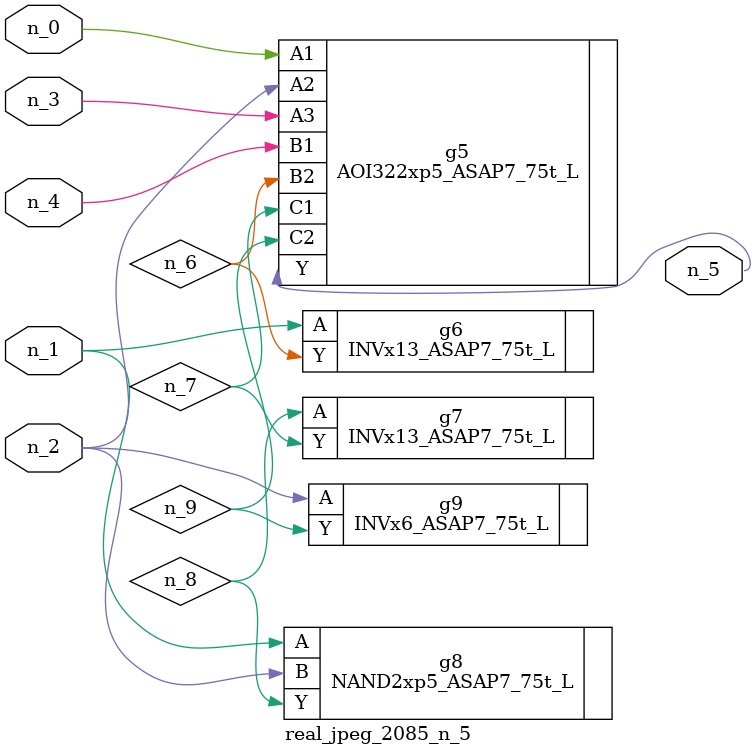
<source format=v>
module real_jpeg_2085_n_5 (n_4, n_0, n_1, n_2, n_3, n_5);

input n_4;
input n_0;
input n_1;
input n_2;
input n_3;

output n_5;

wire n_8;
wire n_6;
wire n_7;
wire n_9;

AOI322xp5_ASAP7_75t_L g5 ( 
.A1(n_0),
.A2(n_2),
.A3(n_3),
.B1(n_4),
.B2(n_6),
.C1(n_7),
.C2(n_9),
.Y(n_5)
);

INVx13_ASAP7_75t_L g6 ( 
.A(n_1),
.Y(n_6)
);

NAND2xp5_ASAP7_75t_L g8 ( 
.A(n_1),
.B(n_2),
.Y(n_8)
);

INVx6_ASAP7_75t_L g9 ( 
.A(n_2),
.Y(n_9)
);

INVx13_ASAP7_75t_L g7 ( 
.A(n_8),
.Y(n_7)
);


endmodule
</source>
